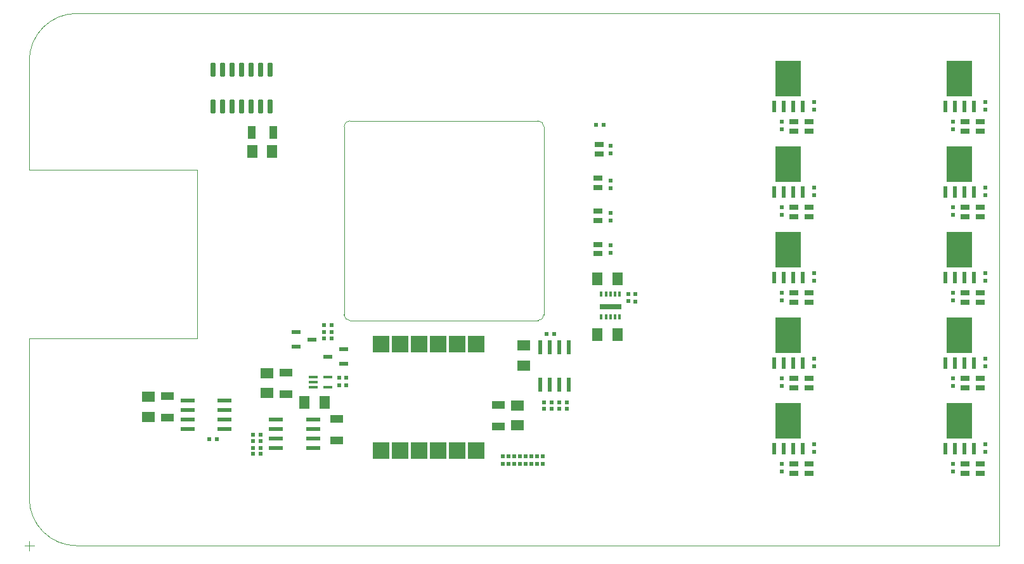
<source format=gtp>
G04 Layer_Color=8421504*
%FSLAX25Y25*%
%MOIN*%
G70*
G01*
G75*
%ADD10R,0.02362X0.01968*%
%ADD11R,0.02362X0.07756*%
%ADD12R,0.07756X0.02362*%
%ADD13R,0.09000X0.08500*%
G04:AMPARAMS|DCode=14|XSize=74.8mil|YSize=23.62mil|CornerRadius=2.95mil|HoleSize=0mil|Usage=FLASHONLY|Rotation=90.000|XOffset=0mil|YOffset=0mil|HoleType=Round|Shape=RoundedRectangle|*
%AMROUNDEDRECTD14*
21,1,0.07480,0.01772,0,0,90.0*
21,1,0.06890,0.02362,0,0,90.0*
1,1,0.00591,0.00886,0.03445*
1,1,0.00591,0.00886,-0.03445*
1,1,0.00591,-0.00886,-0.03445*
1,1,0.00591,-0.00886,0.03445*
%
%ADD14ROUNDEDRECTD14*%
%ADD15R,0.01968X0.02362*%
%ADD16R,0.02362X0.06378*%
%ADD17R,0.13661X0.18898*%
%ADD18R,0.05118X0.02559*%
%ADD19R,0.07165X0.05669*%
%ADD20R,0.05669X0.07165*%
%ADD21R,0.06968X0.04488*%
%ADD22R,0.04488X0.06968*%
%ADD23R,0.04842X0.02323*%
%ADD24R,0.04606X0.01575*%
%ADD25R,0.01181X0.02559*%
%ADD26R,0.11417X0.02756*%
%ADD30C,0.00100*%
G36*
X303085Y124433D02*
X299805D01*
Y127189D01*
X303085D01*
Y124433D01*
D02*
G37*
G36*
X307140D02*
X303860D01*
Y127189D01*
X307140D01*
Y124433D01*
D02*
G37*
G36*
X311195D02*
X307915D01*
Y127189D01*
X311195D01*
Y124433D01*
D02*
G37*
D10*
X301937Y221500D02*
D03*
X298000D02*
D03*
X276000Y111500D02*
D03*
X272063D02*
D03*
X270532Y72000D02*
D03*
X274468D02*
D03*
X278532D02*
D03*
X282469D02*
D03*
X274500Y75500D02*
D03*
X270563D02*
D03*
X282469Y75500D02*
D03*
X278532D02*
D03*
X121468Y58500D02*
D03*
X117532D02*
D03*
X117532Y55000D02*
D03*
X121468D02*
D03*
X117532Y48500D02*
D03*
X121468D02*
D03*
X121500Y51500D02*
D03*
X117563D02*
D03*
X94532Y56000D02*
D03*
X98469D02*
D03*
X155063Y109000D02*
D03*
X159000D02*
D03*
X155063Y112500D02*
D03*
X159000D02*
D03*
X155063Y116000D02*
D03*
X159000D02*
D03*
D11*
X268500Y104224D02*
D03*
X273500D02*
D03*
X278500D02*
D03*
X283500D02*
D03*
Y84776D02*
D03*
X278500D02*
D03*
X273500D02*
D03*
X268500D02*
D03*
D12*
X129776Y51500D02*
D03*
Y56500D02*
D03*
Y61500D02*
D03*
Y66500D02*
D03*
X149224D02*
D03*
Y61500D02*
D03*
Y56500D02*
D03*
Y51500D02*
D03*
X83276Y61500D02*
D03*
Y66500D02*
D03*
Y71500D02*
D03*
Y76500D02*
D03*
X102724D02*
D03*
Y71500D02*
D03*
Y66500D02*
D03*
Y61500D02*
D03*
D13*
X235000Y49996D02*
D03*
X225000D02*
D03*
X215000D02*
D03*
X205000D02*
D03*
X195000D02*
D03*
X185000D02*
D03*
Y106000D02*
D03*
X195000D02*
D03*
X205000D02*
D03*
X215000D02*
D03*
X225000D02*
D03*
X235000D02*
D03*
D14*
X96500Y250331D02*
D03*
X101500D02*
D03*
X106500D02*
D03*
X111500D02*
D03*
X116500D02*
D03*
X121500D02*
D03*
X126500D02*
D03*
Y231000D02*
D03*
X121500D02*
D03*
X116500D02*
D03*
X111500D02*
D03*
X106500D02*
D03*
X101500D02*
D03*
X96500D02*
D03*
D15*
X412500Y53469D02*
D03*
Y49531D02*
D03*
X502500Y53469D02*
D03*
Y49531D02*
D03*
X412500Y98469D02*
D03*
Y94532D02*
D03*
X502500Y98469D02*
D03*
Y94532D02*
D03*
X412500Y143468D02*
D03*
Y139532D02*
D03*
X502500Y143468D02*
D03*
Y139532D02*
D03*
X412500Y188469D02*
D03*
Y184531D02*
D03*
X502500Y188469D02*
D03*
Y184531D02*
D03*
X412500Y233469D02*
D03*
Y229532D02*
D03*
X502500Y233469D02*
D03*
Y229532D02*
D03*
X261000Y46968D02*
D03*
Y43031D02*
D03*
X258000Y46968D02*
D03*
Y43031D02*
D03*
X255000Y46968D02*
D03*
Y43031D02*
D03*
X264000Y46968D02*
D03*
Y43031D02*
D03*
X270000Y43031D02*
D03*
Y46968D02*
D03*
X249000Y43031D02*
D03*
Y46968D02*
D03*
X252000Y43031D02*
D03*
Y46968D02*
D03*
X267000Y43031D02*
D03*
Y46968D02*
D03*
X163000Y84531D02*
D03*
Y88468D02*
D03*
X166500Y88468D02*
D03*
Y84531D02*
D03*
X305500Y171031D02*
D03*
Y174969D02*
D03*
Y154032D02*
D03*
Y157968D02*
D03*
Y188031D02*
D03*
Y191969D02*
D03*
Y206532D02*
D03*
Y210469D02*
D03*
X485500Y222969D02*
D03*
Y219032D02*
D03*
X395500Y222969D02*
D03*
Y219032D02*
D03*
X485500Y177969D02*
D03*
Y174031D02*
D03*
X395500Y177969D02*
D03*
Y174031D02*
D03*
X485500Y132968D02*
D03*
Y129032D02*
D03*
X395500Y132968D02*
D03*
Y129032D02*
D03*
X485500Y87968D02*
D03*
Y84031D02*
D03*
X395500Y87968D02*
D03*
Y84031D02*
D03*
X485500Y42968D02*
D03*
Y39031D02*
D03*
X395500Y42968D02*
D03*
Y39031D02*
D03*
X318500Y128532D02*
D03*
Y132468D02*
D03*
X315000Y132500D02*
D03*
Y128563D02*
D03*
D16*
X391500Y51201D02*
D03*
X396500D02*
D03*
X401500D02*
D03*
X406500D02*
D03*
X481500D02*
D03*
X486500D02*
D03*
X491500D02*
D03*
X496500D02*
D03*
X391500Y96201D02*
D03*
X396500D02*
D03*
X401500D02*
D03*
X406500D02*
D03*
X481500D02*
D03*
X486500D02*
D03*
X491500D02*
D03*
X496500D02*
D03*
X391500Y141201D02*
D03*
X396500D02*
D03*
X401500D02*
D03*
X406500D02*
D03*
X481500D02*
D03*
X486500D02*
D03*
X491500D02*
D03*
X496500D02*
D03*
X391500Y186201D02*
D03*
X396500D02*
D03*
X401500D02*
D03*
X406500D02*
D03*
X481500D02*
D03*
X486500D02*
D03*
X491500D02*
D03*
X496500D02*
D03*
X391500Y231201D02*
D03*
X396500D02*
D03*
X401500D02*
D03*
X406500D02*
D03*
X481500D02*
D03*
X486500D02*
D03*
X491500D02*
D03*
X496500D02*
D03*
D17*
X399000Y65807D02*
D03*
X489000D02*
D03*
X399000Y110807D02*
D03*
X489000D02*
D03*
X399000Y155807D02*
D03*
X489000D02*
D03*
X399000Y200807D02*
D03*
X489000D02*
D03*
X399000Y245807D02*
D03*
X489000D02*
D03*
D18*
X402000Y38000D02*
D03*
Y42921D02*
D03*
X492000D02*
D03*
Y38000D02*
D03*
X402000Y83000D02*
D03*
Y87921D02*
D03*
X492000D02*
D03*
Y83000D02*
D03*
X402000Y128000D02*
D03*
Y132921D02*
D03*
X492000D02*
D03*
Y128000D02*
D03*
X402000Y173000D02*
D03*
Y177921D02*
D03*
X492000D02*
D03*
Y173000D02*
D03*
X402000Y218000D02*
D03*
Y222921D02*
D03*
X492000D02*
D03*
Y218000D02*
D03*
X500000Y223000D02*
D03*
Y218079D02*
D03*
X299000Y153579D02*
D03*
Y158500D02*
D03*
Y175974D02*
D03*
Y171053D02*
D03*
Y188526D02*
D03*
Y193447D02*
D03*
X299500Y210921D02*
D03*
Y206000D02*
D03*
X410000Y218079D02*
D03*
Y223000D02*
D03*
X500000Y178000D02*
D03*
Y173079D02*
D03*
X410000D02*
D03*
Y178000D02*
D03*
X500000Y133000D02*
D03*
Y128079D02*
D03*
X410000D02*
D03*
Y133000D02*
D03*
X500000Y88000D02*
D03*
Y83079D02*
D03*
X410000D02*
D03*
Y88000D02*
D03*
X500000Y43000D02*
D03*
Y38079D02*
D03*
X410000D02*
D03*
Y43000D02*
D03*
D19*
X260000Y105260D02*
D03*
Y94740D02*
D03*
X256500Y73760D02*
D03*
Y63240D02*
D03*
X62500Y67740D02*
D03*
Y78260D02*
D03*
X125000Y90760D02*
D03*
Y80240D02*
D03*
D20*
X155260Y75500D02*
D03*
X144740D02*
D03*
X117240Y207500D02*
D03*
X127760D02*
D03*
X309260Y111000D02*
D03*
X298740D02*
D03*
X309260Y140500D02*
D03*
X298740D02*
D03*
D21*
X161500Y66669D02*
D03*
Y55331D02*
D03*
X246500Y74169D02*
D03*
Y62831D02*
D03*
X72500Y67331D02*
D03*
Y78669D02*
D03*
X135000Y79831D02*
D03*
Y91169D02*
D03*
D22*
X116831Y217500D02*
D03*
X128169D02*
D03*
D23*
X165173Y95760D02*
D03*
Y103240D02*
D03*
X156827Y99500D02*
D03*
X140327Y112240D02*
D03*
Y104760D02*
D03*
X148673Y108500D02*
D03*
D24*
X149181Y88559D02*
D03*
Y86000D02*
D03*
Y83441D02*
D03*
X156819D02*
D03*
Y88559D02*
D03*
D25*
X300776Y120496D02*
D03*
X303138D02*
D03*
X305500D02*
D03*
X307862D02*
D03*
X310224D02*
D03*
Y132504D02*
D03*
X307862D02*
D03*
X305500D02*
D03*
X303138D02*
D03*
X300776D02*
D03*
D26*
X305500Y125811D02*
D03*
D30*
X165500Y121500D02*
G03*
X168500Y118500I3000J0D01*
G01*
X267500D02*
G03*
X270500Y121500I0J3000D01*
G01*
Y220500D02*
G03*
X267500Y223500I-3000J0D01*
G01*
X0Y25000D02*
G03*
X25000Y0I25000J0D01*
G01*
Y280000D02*
G03*
X0Y255000I0J-25000D01*
G01*
X168500Y223500D02*
G03*
X165500Y220500I0J-3000D01*
G01*
X0Y-2500D02*
Y2500D01*
X-2500Y0D02*
X2500D01*
X25000Y280000D02*
X510000D01*
X0Y25000D02*
Y109100D01*
Y197800D02*
Y255000D01*
Y109100D02*
X88300D01*
X0Y197800D02*
X88300D01*
Y109100D02*
Y197800D01*
X270500Y121500D02*
Y220500D01*
X165500Y121500D02*
Y220500D01*
X168500Y118500D02*
X267500D01*
X168500Y223500D02*
X267500D01*
X510000Y0D02*
Y280000D01*
X25000Y0D02*
X510000D01*
M02*

</source>
